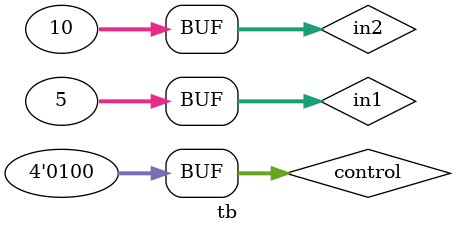
<source format=v>

module ALU(
	input [31:0] 		in1,
	input [31:0] 		in2,
	input [3:0]			control,
	output reg  [31:0]	out,
	output				zero		
);

	assign zero = (out == 0);
	
	always @(control or in1 or in2)  begin 
		case (control) 
			            4'b0001: out <=  $signed(in1) & $signed(in2); // 1 and
						      4'b0010: out <= $signed(in1) | $signed(in2); // 2 or      
			            4'b0011: out <= $signed(in1) + $signed(in2);  // 3 add               
			            4'b0100: out <= $signed(in1) - $signed(in2);  // 4 sub
			            4'b0101: out <= $signed(in1) < $signed(in2) ? 1 : 0; // 5 slt
			            4'b0110: out <= (~($signed( in1) | $signed(in2))); // 6 nor
			            4'b0111: out <= in1 ^ in2; //7 xor

			default: out <= 0;
		endcase			
	end
	
endmodule	
//--------------------------------------------------------------------------
//`timescale 1ns/1ps
//`include "INS_DEFINE.v"
module tb();

reg [31:0] in1, in2;
reg [3:0] control;
wire [31:0] out;
wire zero;

ALU ALU_ins(    
  .in1(in1),
  .in2(in2),          
  .control(control),
  .out(out),
  .zero(zero)
);

initial begin
  in1 = 32'b0101;
  in2 = 32'b1010;//??32 bit?
  
  control = 4'b0001;
  
  #20 control = 4'b0010;
  
  #20 control = 4'b0100;
  
    
end

endmodule


</source>
